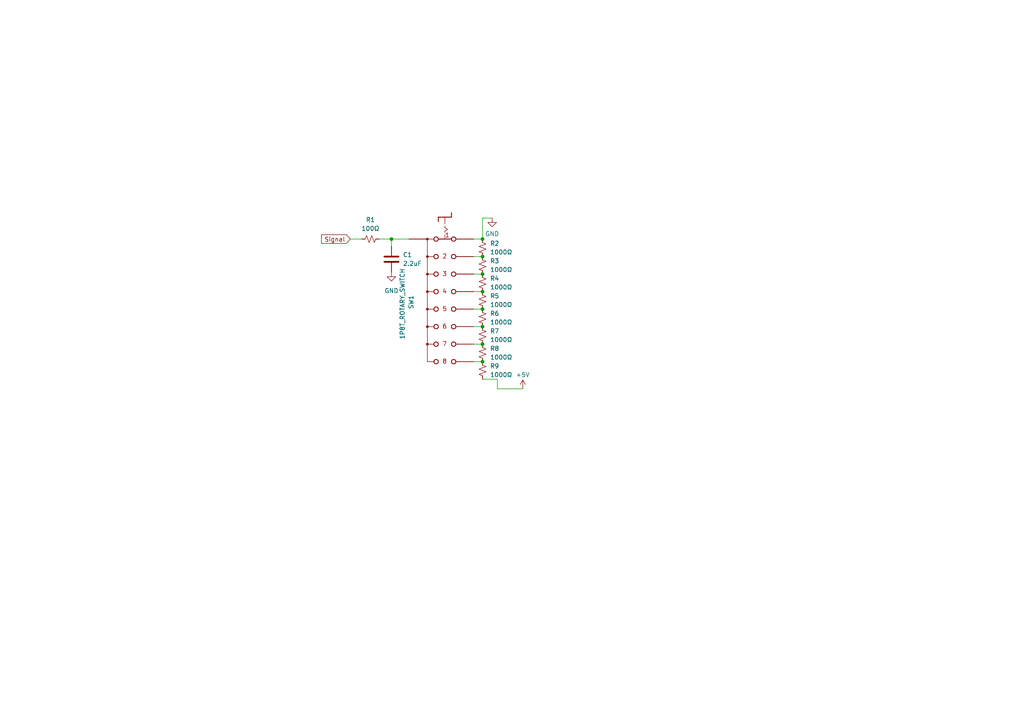
<source format=kicad_sch>
(kicad_sch (version 20230121) (generator eeschema)
  (paper "A4")
  (lib_symbols
    (symbol "Device:C" (pin_numbers hide) (pin_names (offset 0.254))
      (property "Reference" "C" (at 0.635 2.54 0))
      (property "Value" "C" (at 0.635 -2.54 0))
      (symbol "C_0_1"
        (polyline (pts (xy -2.032 -0.762) (xy 2.032 -0.762)) (stroke (width 0.508)))
        (polyline (pts (xy -2.032 0.762) (xy 2.032 0.762)) (stroke (width 0.508)))
      )
      (symbol "C_1_1"
        (pin passive line (at 0 3.81 270) (length 2.794) (name "~") (number "1"))
        (pin passive line (at 0 -3.81 90) (length 2.794) (name "~") (number "2"))
      )
    )
    (symbol "Device:R_Small_US" (pin_numbers hide) (pin_names (offset 0.254) hide)
      (property "Reference" "R" (at 0.762 0.508 0))
      (property "Value" "R_Small_US" (at 0.762 -1.016 0))
      (symbol "R_Small_US_1_1"
        (polyline (pts (xy 0 0) (xy 1.016 -0.381) (xy 0 -0.762) (xy -1.016 -1.143) (xy 0 -1.524)))
        (polyline (pts (xy 0 1.524) (xy 1.016 1.143) (xy 0 0.762) (xy -1.016 0.381) (xy 0 0)))
        (pin passive line (at 0 2.54 270) (length 1.016) (name "~") (number "1"))
        (pin passive line (at 0 -2.54 90) (length 1.016) (name "~") (number "2"))
      )
    )
    (symbol "F-14 CAP parts:1P8T_ROTARY_SWITCH" (pin_numbers hide) (pin_names (offset 1.016) hide)
      (property "Reference" "SW2" (at 21.59 81.534 90))
      (property "Value" "1P8T_ROTARY_SWITCH" (at 24.13 81.026 90))
      (symbol "1P8T_ROTARY_SWITCH_0_0"
        (circle (center -57.785 58.42) (radius 0.635) (stroke (width 0.254)))
        (circle (center -57.785 63.5) (radius 0.635) (stroke (width 0.254)))
        (circle (center -57.785 68.58) (radius 0.635) (stroke (width 0.254)))
        (circle (center -57.785 73.66) (radius 0.635) (stroke (width 0.254)))
        (circle (center -57.785 78.74) (radius 0.635) (stroke (width 0.254)))
        (circle (center -57.785 83.82) (radius 0.635) (stroke (width 0.254)))
        (circle (center -57.785 88.9) (radius 0.635) (stroke (width 0.254)))
        (circle (center -57.785 93.98) (radius 0.635) (stroke (width 0.254)))
        (circle (center -52.705 58.42) (radius 0.635) (stroke (width 0.254)))
        (circle (center -52.705 63.5) (radius 0.635) (stroke (width 0.254)))
        (circle (center -52.705 68.58) (radius 0.635) (stroke (width 0.254)))
        (circle (center -52.705 73.66) (radius 0.635) (stroke (width 0.254)))
        (circle (center -52.705 78.74) (radius 0.635) (stroke (width 0.254)))
        (circle (center -52.705 83.82) (radius 0.635) (stroke (width 0.254)))
        (circle (center -52.705 88.9) (radius 0.635) (stroke (width 0.254)))
        (circle (center -52.705 93.98) (radius 0.635) (stroke (width 0.254)))
        (circle (center -50.165 63.5) (radius 0.254) (stroke (width 0.254)))
        (circle (center -50.165 68.58) (radius 0.254) (stroke (width 0.254)))
        (circle (center -50.165 73.66) (radius 0.254) (stroke (width 0.254)))
        (circle (center -50.165 78.74) (radius 0.254) (stroke (width 0.254)))
        (circle (center -50.165 83.82) (radius 0.254) (stroke (width 0.254)))
        (circle (center -50.165 88.9) (radius 0.254) (stroke (width 0.254)))
        (circle (center -50.165 93.98) (radius 0.254) (stroke (width 0.254)))
        (polyline (pts (xy -57.15 100.33) (xy -57.15 101.6)) (stroke (width 0.254)))
        (polyline (pts (xy -56.007 96.774) (xy -55.245 96.266)) (stroke (width 0.1524)))
        (polyline (pts (xy -55.245 95.25) (xy -55.245 94.107)) (stroke (width 0.1524)))
        (polyline (pts (xy -55.245 96.266) (xy -55.245 95.885)) (stroke (width 0.1524)))
        (polyline (pts (xy -55.245 97.282) (xy -56.007 96.774)) (stroke (width 0.1524)))
        (polyline (pts (xy -55.245 97.79) (xy -55.245 97.282)) (stroke (width 0.1524)))
        (polyline (pts (xy -55.245 100.33) (xy -57.15 100.33)) (stroke (width 0.254)))
        (polyline (pts (xy -55.245 100.33) (xy -55.245 98.425)) (stroke (width 0.1524)))
        (polyline (pts (xy -53.34 93.98) (xy -57.15 93.98)) (stroke (width 0.254)))
        (polyline (pts (xy -53.34 100.33) (xy -55.245 100.33)) (stroke (width 0.254)))
        (polyline (pts (xy -53.34 100.33) (xy -53.34 99.06)) (stroke (width 0.254)))
        (polyline (pts (xy -52.07 58.42) (xy -50.165 58.42)) (stroke (width 0.1524)))
        (polyline (pts (xy -52.07 63.5) (xy -50.165 63.5)) (stroke (width 0.1524)))
        (polyline (pts (xy -52.07 68.58) (xy -50.165 68.58)) (stroke (width 0.1524)))
        (polyline (pts (xy -52.07 73.66) (xy -50.165 73.66)) (stroke (width 0.1524)))
        (polyline (pts (xy -52.07 78.74) (xy -50.165 78.74)) (stroke (width 0.1524)))
        (polyline (pts (xy -52.07 83.82) (xy -50.165 83.82)) (stroke (width 0.1524)))
        (polyline (pts (xy -52.07 88.9) (xy -50.165 88.9)) (stroke (width 0.1524)))
        (polyline (pts (xy -50.165 93.98) (xy -52.07 93.98)) (stroke (width 0.1524)))
        (text "1" (at -56.642 94.361 0) (effects (font (size 1.27 1.27)) (justify left bottom)))
        (text "2" (at -55.88 88.265 0) (effects (font (size 1.27 1.27)) (justify left bottom)))
        (text "3" (at -55.88 83.185 0) (effects (font (size 1.27 1.27)) (justify left bottom)))
        (text "4" (at -55.88 78.105 0) (effects (font (size 1.27 1.27)) (justify left bottom)))
        (text "5" (at -55.88 73.025 0) (effects (font (size 1.27 1.27)) (justify left bottom)))
        (text "6" (at -55.88 67.945 0) (effects (font (size 1.27 1.27)) (justify left bottom)))
        (text "7" (at -55.88 62.865 0) (effects (font (size 1.27 1.27)) (justify left bottom)))
        (text "8" (at -55.88 57.785 0) (effects (font (size 1.27 1.27)) (justify left bottom)))
        (pin bidirectional line (at -63.627 93.98 0) (length 5.08) (name "~") (number "1"))
        (pin bidirectional line (at -63.627 88.9 0) (length 5.08) (name "~") (number "2"))
        (pin bidirectional line (at -63.627 83.82 0) (length 5.08) (name "~") (number "3"))
        (pin bidirectional line (at -63.627 78.74 0) (length 5.08) (name "~") (number "4"))
        (pin bidirectional line (at -63.627 73.66 0) (length 5.08) (name "~") (number "5"))
        (pin bidirectional line (at -63.627 68.58 0) (length 5.08) (name "~") (number "6"))
        (pin bidirectional line (at -63.627 63.5 0) (length 5.08) (name "~") (number "7"))
        (pin bidirectional line (at -63.627 58.42 0) (length 5.08) (name "~") (number "8"))
        (pin bidirectional line (at -44.831 93.98 180) (length 5.08) (name "~") (number "9"))
      )
      (symbol "1P8T_ROTARY_SWITCH_0_1"
        (polyline (pts (xy -50.165 83.82) (xy -50.165 78.74)))
        (polyline (pts (xy -50.165 88.9) (xy -50.165 83.82)))
        (polyline (pts (xy -50.165 93.98) (xy -50.165 88.9)))
        (polyline (pts (xy -50.165 78.74) (xy -50.165 73.66) (xy -50.165 68.58) (xy -50.165 63.5) (xy -50.165 58.42)))
      )
    )
    (symbol "power:+5V" (power) (pin_names (offset 0))
      (property "Value" "+5V" (at 0 3.556 0))
      (symbol "+5V_0_1"
        (polyline (pts (xy -0.762 1.27) (xy 0 2.54)))
        (polyline (pts (xy 0 0) (xy 0 2.54)))
        (polyline (pts (xy 0 2.54) (xy 0.762 1.27)))
      )
      (symbol "+5V_1_1"
        (pin power_in line (at 0 0 90) (length 0) hide (name "+5V") (number "1"))
      )
    )
    (symbol "power:GND" (power) (pin_names (offset 0))
      (property "Value" "GND" (at 0 -3.81 0))
      (symbol "GND_0_1"
        (polyline (pts (xy 0 0) (xy 0 -1.27) (xy 1.27 -1.27) (xy 0 -2.54) (xy -1.27 -1.27) (xy 0 -1.27)))
      )
      (symbol "GND_1_1"
        (pin power_in line (at 0 0 270) (length 0) hide (name "GND") (number "1"))
      )
    )
  )
  (junction (at 139.954 99.822))
  (junction (at 139.954 84.582))
  (junction (at 113.538 69.342))
  (junction (at 139.954 69.342))
  (junction (at 139.954 94.742))
  (junction (at 139.954 79.502))
  (junction (at 139.954 74.422))
  (junction (at 139.954 89.662))
  (junction (at 139.954 104.902))
  (wire (pts (xy 139.954 63.246) (xy 139.954 69.342)))
  (wire (pts (xy 137.414 69.342) (xy 139.954 69.342)))
  (wire (pts (xy 118.618 69.342) (xy 113.538 69.342)))
  (wire (pts (xy 144.272 112.776) (xy 151.638 112.776)))
  (wire (pts (xy 137.414 89.662) (xy 139.954 89.662)))
  (wire (pts (xy 137.414 99.822) (xy 139.954 99.822)))
  (wire (pts (xy 137.414 79.502) (xy 139.954 79.502)))
  (wire (pts (xy 109.982 69.342) (xy 113.538 69.342)))
  (wire (pts (xy 144.272 109.982) (xy 139.954 109.982)))
  (wire (pts (xy 137.414 74.422) (xy 139.954 74.422)))
  (wire (pts (xy 137.414 94.742) (xy 139.954 94.742)))
  (wire (pts (xy 137.414 84.582) (xy 139.954 84.582)))
  (wire (pts (xy 144.272 112.776) (xy 144.272 109.982)))
  (wire (pts (xy 101.6 69.342) (xy 104.902 69.342)))
  (wire (pts (xy 137.414 104.902) (xy 139.954 104.902)))
  (wire (pts (xy 113.538 69.342) (xy 113.538 71.374)))
  (wire (pts (xy 139.954 63.246) (xy 142.748 63.246)))
  (global_label "Signal" (shape input) (at 101.6 69.342 180) (property "Intersheetrefs" "${INTERSHEET_REFS}" (effects hide)))
  (symbol (lib_id "Device:R_Small_US") (at 139.954 82.042 0) (unit 1)
    (property "Reference" "R4" (at 142.113 80.772 0) (effects (justify left)))
    (property "Value" "1000Ω" (at 142.113 83.312 0) (effects (justify left)))
    (property "Footprint" "Resistor_THT:R_Axial_DIN0204_L3.6mm_D1.6mm_P7.62mm_Horizontal" (effects hide))
  )
  (symbol (lib_id "Device:R_Small_US") (at 139.954 87.122 0) (unit 1)
    (property "Reference" "R5" (at 142.113 85.852 0) (effects (justify left)))
    (property "Value" "1000Ω" (at 142.113 88.392 0) (effects (justify left)))
    (property "Footprint" "Resistor_THT:R_Axial_DIN0204_L3.6mm_D1.6mm_P7.62mm_Horizontal" (effects hide))
  )
  (symbol (lib_id "power:GND") (at 113.538 78.994 0) (unit 1)
    (property "Reference" "#PWR02" (effects hide))
    (property "Value" "GND" (at 113.538 84.328 0))
  )
  (symbol (lib_id "Device:R_Small_US") (at 139.954 71.882 0) (unit 1)
    (property "Reference" "R2" (at 142.113 70.612 0) (effects (justify left)))
    (property "Value" "1000Ω" (at 142.113 73.152 0) (effects (justify left)))
    (property "Footprint" "Resistor_THT:R_Axial_DIN0204_L3.6mm_D1.6mm_P7.62mm_Horizontal" (effects hide))
  )
  (symbol (lib_id "Device:R_Small_US") (at 139.954 76.962 0) (unit 1)
    (property "Reference" "R3" (at 142.113 75.692 0) (effects (justify left)))
    (property "Value" "1000Ω" (at 142.113 78.232 0) (effects (justify left)))
    (property "Footprint" "Resistor_THT:R_Axial_DIN0204_L3.6mm_D1.6mm_P7.62mm_Horizontal" (effects hide))
  )
  (symbol (lib_id "Device:R_Small_US") (at 107.442 69.342 90) (unit 1)
    (property "Reference" "R1" (at 107.442 63.754 90))
    (property "Value" "100Ω" (at 107.442 66.294 90))
    (property "Footprint" "Resistor_THT:R_Axial_DIN0204_L3.6mm_D1.6mm_P7.62mm_Horizontal" (effects hide))
  )
  (symbol (lib_id "power:+5V") (at 151.638 112.776 0) (unit 1)
    (property "Reference" "#PWR03" (effects hide))
    (property "Value" "+5V" (at 151.638 108.712 0))
  )
  (symbol (lib_id "Device:C") (at 113.538 75.184 0) (unit 1)
    (property "Reference" "C1" (at 116.84 73.9139 0) (effects (justify left)))
    (property "Value" "2.2uF" (at 116.84 76.4539 0) (effects (justify left)))
    (property "Footprint" "Capacitor_THT:CP_Radial_Tantal_D5.0mm_P5.00mm" (effects hide))
  )
  (symbol (lib_id "Device:R_Small_US") (at 139.954 107.442 0) (unit 1)
    (property "Reference" "R9" (at 142.113 106.172 0) (effects (justify left)))
    (property "Value" "1000Ω" (at 142.113 108.712 0) (effects (justify left)))
    (property "Footprint" "Resistor_THT:R_Axial_DIN0204_L3.6mm_D1.6mm_P7.62mm_Horizontal" (effects hide))
  )
  (symbol (lib_id "Device:R_Small_US") (at 139.954 92.202 0) (unit 1)
    (property "Reference" "R6" (at 142.113 90.932 0) (effects (justify left)))
    (property "Value" "1000Ω" (at 142.113 93.472 0) (effects (justify left)))
    (property "Footprint" "Resistor_THT:R_Axial_DIN0204_L3.6mm_D1.6mm_P7.62mm_Horizontal" (effects hide))
  )
  (symbol (lib_id "Device:R_Small_US") (at 139.954 102.362 0) (unit 1)
    (property "Reference" "R8" (at 142.113 101.092 0) (effects (justify left)))
    (property "Value" "1000Ω" (at 142.113 103.632 0) (effects (justify left)))
    (property "Footprint" "Resistor_THT:R_Axial_DIN0204_L3.6mm_D1.6mm_P7.62mm_Horizontal" (effects hide))
  )
  (symbol (lib_id "Device:R_Small_US") (at 139.954 97.282 0) (unit 1)
    (property "Reference" "R7" (at 142.113 96.012 0) (effects (justify left)))
    (property "Value" "1000Ω" (at 142.113 98.552 0) (effects (justify left)))
    (property "Footprint" "Resistor_THT:R_Axial_DIN0204_L3.6mm_D1.6mm_P7.62mm_Horizontal" (effects hide))
  )
  (symbol (lib_id "power:GND") (at 142.748 63.246 0) (unit 1)
    (property "Reference" "#PWR01" (effects hide))
    (property "Value" "GND" (at 142.748 67.818 0))
  )
  (symbol (lib_id "F-14 CAP parts:1P8T_ROTARY_SWITCH") (at 73.787 163.322 0) (mirror y) (unit 1)
    (property "Reference" "SW1" (at 119.253 87.63 90))
    (property "Value" "1P8T_ROTARY_SWITCH" (at 116.713 88.138 90))
    (property "Footprint" "F-14 CAP parts:1P8T" (effects hide))
  )
)
</source>
